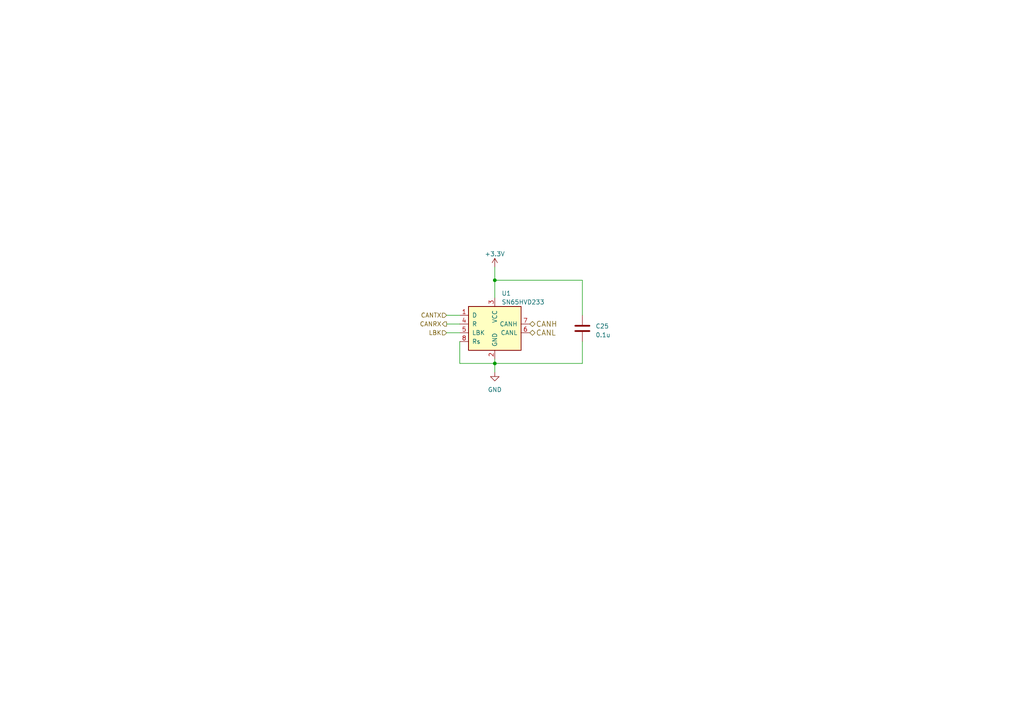
<source format=kicad_sch>
(kicad_sch (version 20230121) (generator eeschema)
  (paper "A4")
  (lib_symbols
    (symbol "Device:C" (pin_numbers hide) (pin_names (offset 0.254))
      (property "Reference" "C" (at 0.635 2.54 0))
      (property "Value" "C" (at 0.635 -2.54 0))
      (symbol "C_0_1"
        (polyline (pts (xy -2.032 -0.762) (xy 2.032 -0.762)) (stroke (width 0.508)))
        (polyline (pts (xy -2.032 0.762) (xy 2.032 0.762)) (stroke (width 0.508)))
      )
      (symbol "C_1_1"
        (pin passive line (at 0 3.81 270) (length 2.794) (name "~") (number "1"))
        (pin passive line (at 0 -3.81 90) (length 2.794) (name "~") (number "2"))
      )
    )
    (symbol "Interface_CAN_LIN:SN65HVD233" (pin_names (offset 1.016))
      (property "Reference" "U" (at -2.54 10.16 0))
      (property "Value" "SN65HVD233" (at -2.54 7.62 0))
      (symbol "SN65HVD233_0_1"
        (rectangle (start -7.62 5.08) (end 7.62 -7.62) (stroke (width 0.254)) (fill (type background)))
      )
      (symbol "SN65HVD233_1_1"
        (pin input line (at -10.16 2.54 0) (length 2.54) (name "D") (number "1"))
        (pin power_in line (at 0 -10.16 90) (length 2.54) (name "GND") (number "2"))
        (pin power_in line (at 0 7.62 270) (length 2.54) (name "VCC") (number "3"))
        (pin output line (at -10.16 0 0) (length 2.54) (name "R") (number "4"))
        (pin input line (at -10.16 -2.54 0) (length 2.54) (name "LBK") (number "5"))
        (pin bidirectional line (at 10.16 -2.54 180) (length 2.54) (name "CANL") (number "6"))
        (pin bidirectional line (at 10.16 0 180) (length 2.54) (name "CANH") (number "7"))
        (pin input line (at -10.16 -5.08 0) (length 2.54) (name "Rs") (number "8"))
      )
    )
    (symbol "power:+3.3V" (power) (pin_names (offset 0))
      (property "Value" "+3.3V" (at 0 3.556 0))
      (symbol "+3.3V_0_1"
        (polyline (pts (xy -0.762 1.27) (xy 0 2.54)))
        (polyline (pts (xy 0 0) (xy 0 2.54)))
        (polyline (pts (xy 0 2.54) (xy 0.762 1.27)))
      )
      (symbol "+3.3V_1_1"
        (pin power_in line (at 0 0 90) (length 0) hide (name "+3.3V") (number "1"))
      )
    )
    (symbol "power:GND" (power) (pin_names (offset 0))
      (property "Value" "GND" (at 0 -3.81 0))
      (symbol "GND_0_1"
        (polyline (pts (xy 0 0) (xy 0 -1.27) (xy 1.27 -1.27) (xy 0 -2.54) (xy -1.27 -1.27) (xy 0 -1.27)))
      )
      (symbol "GND_1_1"
        (pin power_in line (at 0 0 270) (length 0) hide (name "GND") (number "1"))
      )
    )
  )
  (junction (at 143.51 81.28))
  (junction (at 143.51 105.41))
  (wire (pts (xy 143.51 104.14) (xy 143.51 105.41)))
  (wire (pts (xy 129.54 96.52) (xy 133.35 96.52)))
  (wire (pts (xy 168.91 81.28) (xy 168.91 91.44)))
  (wire (pts (xy 143.51 81.28) (xy 168.91 81.28)))
  (wire (pts (xy 143.51 81.28) (xy 143.51 86.36)))
  (wire (pts (xy 129.54 91.44) (xy 133.35 91.44)))
  (wire (pts (xy 143.51 105.41) (xy 143.51 107.95)))
  (wire (pts (xy 133.35 105.41) (xy 143.51 105.41)))
  (wire (pts (xy 143.51 77.47) (xy 143.51 81.28)))
  (wire (pts (xy 168.91 105.41) (xy 143.51 105.41)))
  (wire (pts (xy 168.91 99.06) (xy 168.91 105.41)))
  (wire (pts (xy 129.54 93.98) (xy 133.35 93.98)))
  (wire (pts (xy 133.35 99.06) (xy 133.35 105.41)))
  (hierarchical_label "CANH" (shape bidirectional) (at 153.67 93.98 0) (effects (font (size 1.524 1.524))))
  (hierarchical_label "LBK" (shape input) (at 129.54 96.52 180))
  (hierarchical_label "CANTX" (shape input) (at 129.54 91.44 180))
  (hierarchical_label "CANL" (shape bidirectional) (at 153.67 96.52 0) (effects (font (size 1.524 1.524))))
  (hierarchical_label "CANRX" (shape output) (at 129.54 93.98 180))
  (symbol (lib_id "Interface_CAN_LIN:SN65HVD233") (at 143.51 93.98 0) (unit 1)
    (property "Reference" "U1" (at 145.4659 85.09 0) (effects (justify left)))
    (property "Value" "SN65HVD233" (at 145.4659 87.63 0) (effects (justify left)))
    (property "Footprint" "Package_SO:SOIC-8_3.9x4.9mm_P1.27mm" (effects hide))
    (property "Datasheet" "http://www.ti.com/lit/ds/symlink/sn65hvd234.pdf" (effects hide))
    (instances (project "CAN" (path "" (reference "U1") (unit 1))) (project "electrium-esc-v2" (path "" (reference "U6") (unit 1))))
  )
  (symbol (lib_id "power:GND") (at 143.51 107.95 0) (unit 1)
    (property "Reference" "#PWR02" (effects hide))
    (property "Value" "GND" (at 143.51 113.03 0))
    (instances (project "CAN" (path "" (reference "#PWR02") (unit 1))) (project "electrium-esc-v2" (path "" (reference "#PWR037") (unit 1))))
  )
  (symbol (lib_id "Device:C") (at 168.91 95.25 0) (unit 1)
    (property "Reference" "C25" (at 172.72 94.615 0) (effects (justify left)))
    (property "Value" "0.1u" (at 172.72 97.155 0) (effects (justify left)))
  )
  (symbol (lib_id "power:+3.3V") (at 143.51 77.47 0) (unit 1)
    (property "Reference" "#PWR01" (effects hide))
    (property "Value" "+3.3V" (at 143.51 73.66 0))
    (instances (project "CAN" (path "" (reference "#PWR01") (unit 1))) (project "electrium-esc-v2" (path "" (reference "#PWR029") (unit 1))))
  )
)
</source>
